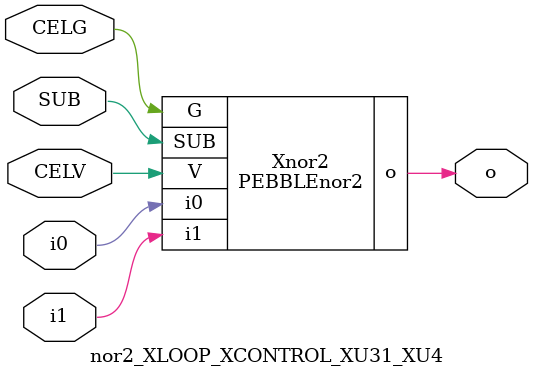
<source format=v>



module PEBBLEnor2 ( o, G, SUB, V, i0, i1 );

  input i0;
  input V;
  input i1;
  input G;
  output o;
  input SUB;
endmodule

//Celera Confidential Do Not Copy nor2_XLOOP_XCONTROL_XU31_XU4
//Celera Confidential Symbol Generator
//nor2
module nor2_XLOOP_XCONTROL_XU31_XU4 (CELV,CELG,i0,i1,o,SUB);
input CELV;
input CELG;
input i0;
input i1;
input SUB;
output o;

//Celera Confidential Do Not Copy nor2
PEBBLEnor2 Xnor2(
.V (CELV),
.i0 (i0),
.i1 (i1),
.o (o),
.SUB (SUB),
.G (CELG)
);
//,diesize,PEBBLEnor2

//Celera Confidential Do Not Copy Module End
//Celera Schematic Generator
endmodule

</source>
